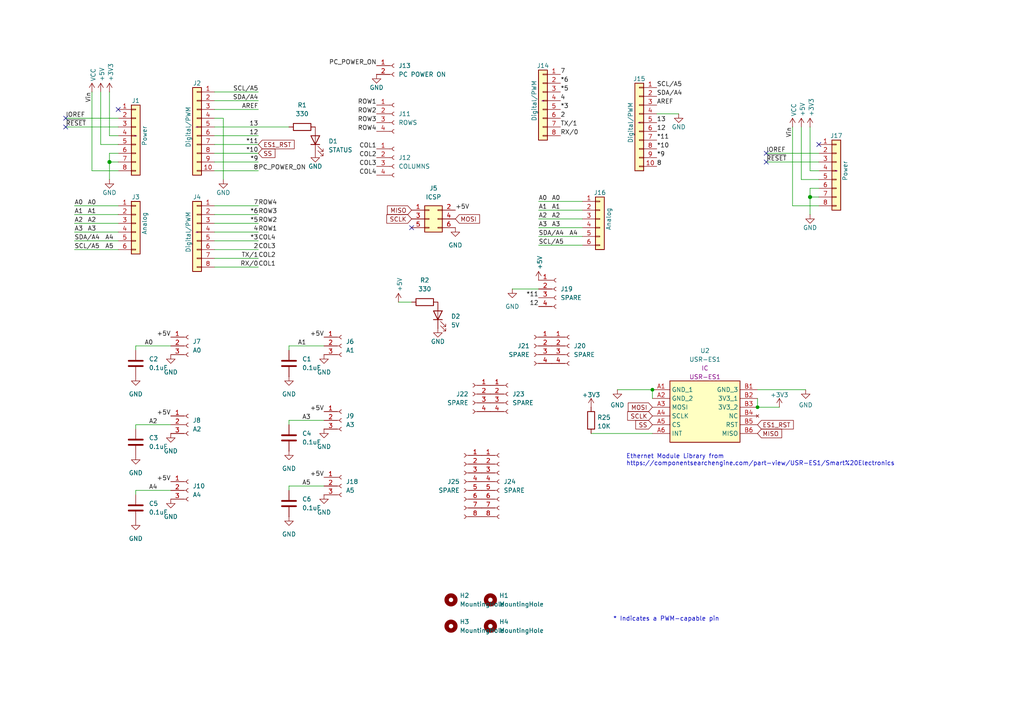
<source format=kicad_sch>
(kicad_sch (version 20250114) (generator "eeschema") (generator_version "9.0")
  (paper "A4")
  (title_block (date "mar. 31 mars 2015"))
  (lib_symbols
    (symbol "Connector:Conn_01x02_Socket" (pin_names (offset 1.016) (hide yes))
      (property "Reference" "J" (at 0 2.54 0))
      (property "Value" "Conn_01x02_Socket" (at 0 -5.08 0))
      (symbol "Conn_01x02_Socket_1_1"
        (polyline (pts (xy -1.27 0) (xy -0.508 0)) (stroke (width 0.1524)))
        (polyline (pts (xy -1.27 -2.54) (xy -0.508 -2.54)) (stroke (width 0.1524)))
        (arc (start 0 -0.508) (mid -0.5058 0) (end 0 0.508) (stroke (width 0.1524)))
        (arc (start 0 -3.048) (mid -0.5058 -2.54) (end 0 -2.032) (stroke (width 0.1524)))
        (pin passive line (at -5.08 0 0) (length 3.81) (name "Pin_1") (number "1"))
        (pin passive line (at -5.08 -2.54 0) (length 3.81) (name "Pin_2") (number "2"))
      )
    )
    (symbol "Connector:Conn_01x03_Socket" (pin_names (offset 1.016) (hide yes))
      (property "Reference" "J" (at 0 5.08 0))
      (property "Value" "Conn_01x03_Socket" (at 0 -5.08 0))
      (symbol "Conn_01x03_Socket_1_1"
        (polyline (pts (xy -1.27 2.54) (xy -0.508 2.54)) (stroke (width 0.1524)))
        (polyline (pts (xy -1.27 0) (xy -0.508 0)) (stroke (width 0.1524)))
        (polyline (pts (xy -1.27 -2.54) (xy -0.508 -2.54)) (stroke (width 0.1524)))
        (arc (start 0 2.032) (mid -0.5058 2.54) (end 0 3.048) (stroke (width 0.1524)))
        (arc (start 0 -0.508) (mid -0.5058 0) (end 0 0.508) (stroke (width 0.1524)))
        (arc (start 0 -3.048) (mid -0.5058 -2.54) (end 0 -2.032) (stroke (width 0.1524)))
        (pin passive line (at -5.08 2.54 0) (length 3.81) (name "Pin_1") (number "1"))
        (pin passive line (at -5.08 0 0) (length 3.81) (name "Pin_2") (number "2"))
        (pin passive line (at -5.08 -2.54 0) (length 3.81) (name "Pin_3") (number "3"))
      )
    )
    (symbol "Connector:Conn_01x04_Socket" (pin_names (offset 1.016) (hide yes))
      (property "Reference" "J" (at 0 5.08 0))
      (property "Value" "Conn_01x04_Socket" (at 0 -7.62 0))
      (symbol "Conn_01x04_Socket_1_1"
        (polyline (pts (xy -1.27 2.54) (xy -0.508 2.54)) (stroke (width 0.1524)))
        (polyline (pts (xy -1.27 0) (xy -0.508 0)) (stroke (width 0.1524)))
        (polyline (pts (xy -1.27 -2.54) (xy -0.508 -2.54)) (stroke (width 0.1524)))
        (polyline (pts (xy -1.27 -5.08) (xy -0.508 -5.08)) (stroke (width 0.1524)))
        (arc (start 0 2.032) (mid -0.5058 2.54) (end 0 3.048) (stroke (width 0.1524)))
        (arc (start 0 -0.508) (mid -0.5058 0) (end 0 0.508) (stroke (width 0.1524)))
        (arc (start 0 -3.048) (mid -0.5058 -2.54) (end 0 -2.032) (stroke (width 0.1524)))
        (arc (start 0 -5.588) (mid -0.5058 -5.08) (end 0 -4.572) (stroke (width 0.1524)))
        (pin passive line (at -5.08 2.54 0) (length 3.81) (name "Pin_1") (number "1"))
        (pin passive line (at -5.08 0 0) (length 3.81) (name "Pin_2") (number "2"))
        (pin passive line (at -5.08 -2.54 0) (length 3.81) (name "Pin_3") (number "3"))
        (pin passive line (at -5.08 -5.08 0) (length 3.81) (name "Pin_4") (number "4"))
      )
    )
    (symbol "Connector:Conn_01x08_Socket" (pin_names (offset 1.016) (hide yes))
      (property "Reference" "J" (at 0 10.16 0))
      (property "Value" "Conn_01x08_Socket" (at 0 -12.7 0))
      (symbol "Conn_01x08_Socket_1_1"
        (polyline (pts (xy -1.27 7.62) (xy -0.508 7.62)) (stroke (width 0.1524)))
        (polyline (pts (xy -1.27 5.08) (xy -0.508 5.08)) (stroke (width 0.1524)))
        (polyline (pts (xy -1.27 2.54) (xy -0.508 2.54)) (stroke (width 0.1524)))
        (polyline (pts (xy -1.27 0) (xy -0.508 0)) (stroke (width 0.1524)))
        (polyline (pts (xy -1.27 -2.54) (xy -0.508 -2.54)) (stroke (width 0.1524)))
        (polyline (pts (xy -1.27 -5.08) (xy -0.508 -5.08)) (stroke (width 0.1524)))
        (polyline (pts (xy -1.27 -7.62) (xy -0.508 -7.62)) (stroke (width 0.1524)))
        (polyline (pts (xy -1.27 -10.16) (xy -0.508 -10.16)) (stroke (width 0.1524)))
        (arc (start 0 7.112) (mid -0.5058 7.62) (end 0 8.128) (stroke (width 0.1524)))
        (arc (start 0 4.572) (mid -0.5058 5.08) (end 0 5.588) (stroke (width 0.1524)))
        (arc (start 0 2.032) (mid -0.5058 2.54) (end 0 3.048) (stroke (width 0.1524)))
        (arc (start 0 -0.508) (mid -0.5058 0) (end 0 0.508) (stroke (width 0.1524)))
        (arc (start 0 -3.048) (mid -0.5058 -2.54) (end 0 -2.032) (stroke (width 0.1524)))
        (arc (start 0 -5.588) (mid -0.5058 -5.08) (end 0 -4.572) (stroke (width 0.1524)))
        (arc (start 0 -8.128) (mid -0.5058 -7.62) (end 0 -7.112) (stroke (width 0.1524)))
        (arc (start 0 -10.668) (mid -0.5058 -10.16) (end 0 -9.652) (stroke (width 0.1524)))
        (pin passive line (at -5.08 7.62 0) (length 3.81) (name "Pin_1") (number "1"))
        (pin passive line (at -5.08 5.08 0) (length 3.81) (name "Pin_2") (number "2"))
        (pin passive line (at -5.08 2.54 0) (length 3.81) (name "Pin_3") (number "3"))
        (pin passive line (at -5.08 0 0) (length 3.81) (name "Pin_4") (number "4"))
        (pin passive line (at -5.08 -2.54 0) (length 3.81) (name "Pin_5") (number "5"))
        (pin passive line (at -5.08 -5.08 0) (length 3.81) (name "Pin_6") (number "6"))
        (pin passive line (at -5.08 -7.62 0) (length 3.81) (name "Pin_7") (number "7"))
        (pin passive line (at -5.08 -10.16 0) (length 3.81) (name "Pin_8") (number "8"))
      )
    )
    (symbol "Connector_Generic:Conn_01x06" (pin_names (offset 1.016) (hide yes))
      (property "Reference" "J" (at 0 7.62 0))
      (property "Value" "Conn_01x06" (at 0 -10.16 0))
      (symbol "Conn_01x06_1_1"
        (rectangle (start -1.27 6.35) (end 1.27 -8.89) (stroke (width 0.254)) (fill (type background)))
        (rectangle (start -1.27 5.207) (end 0 4.953) (stroke (width 0.1524)))
        (rectangle (start -1.27 2.667) (end 0 2.413) (stroke (width 0.1524)))
        (rectangle (start -1.27 0.127) (end 0 -0.127) (stroke (width 0.1524)))
        (rectangle (start -1.27 -2.413) (end 0 -2.667) (stroke (width 0.1524)))
        (rectangle (start -1.27 -4.953) (end 0 -5.207) (stroke (width 0.1524)))
        (rectangle (start -1.27 -7.493) (end 0 -7.747) (stroke (width 0.1524)))
        (pin passive line (at -5.08 5.08 0) (length 3.81) (name "Pin_1") (number "1"))
        (pin passive line (at -5.08 2.54 0) (length 3.81) (name "Pin_2") (number "2"))
        (pin passive line (at -5.08 0 0) (length 3.81) (name "Pin_3") (number "3"))
        (pin passive line (at -5.08 -2.54 0) (length 3.81) (name "Pin_4") (number "4"))
        (pin passive line (at -5.08 -5.08 0) (length 3.81) (name "Pin_5") (number "5"))
        (pin passive line (at -5.08 -7.62 0) (length 3.81) (name "Pin_6") (number "6"))
      )
    )
    (symbol "Connector_Generic:Conn_01x08" (pin_names (offset 1.016) (hide yes))
      (property "Reference" "J" (at 0 10.16 0))
      (property "Value" "Conn_01x08" (at 0 -12.7 0))
      (symbol "Conn_01x08_1_1"
        (rectangle (start -1.27 8.89) (end 1.27 -11.43) (stroke (width 0.254)) (fill (type background)))
        (rectangle (start -1.27 7.747) (end 0 7.493) (stroke (width 0.1524)))
        (rectangle (start -1.27 5.207) (end 0 4.953) (stroke (width 0.1524)))
        (rectangle (start -1.27 2.667) (end 0 2.413) (stroke (width 0.1524)))
        (rectangle (start -1.27 0.127) (end 0 -0.127) (stroke (width 0.1524)))
        (rectangle (start -1.27 -2.413) (end 0 -2.667) (stroke (width 0.1524)))
        (rectangle (start -1.27 -4.953) (end 0 -5.207) (stroke (width 0.1524)))
        (rectangle (start -1.27 -7.493) (end 0 -7.747) (stroke (width 0.1524)))
        (rectangle (start -1.27 -10.033) (end 0 -10.287) (stroke (width 0.1524)))
        (pin passive line (at -5.08 7.62 0) (length 3.81) (name "Pin_1") (number "1"))
        (pin passive line (at -5.08 5.08 0) (length 3.81) (name "Pin_2") (number "2"))
        (pin passive line (at -5.08 2.54 0) (length 3.81) (name "Pin_3") (number "3"))
        (pin passive line (at -5.08 0 0) (length 3.81) (name "Pin_4") (number "4"))
        (pin passive line (at -5.08 -2.54 0) (length 3.81) (name "Pin_5") (number "5"))
        (pin passive line (at -5.08 -5.08 0) (length 3.81) (name "Pin_6") (number "6"))
        (pin passive line (at -5.08 -7.62 0) (length 3.81) (name "Pin_7") (number "7"))
        (pin passive line (at -5.08 -10.16 0) (length 3.81) (name "Pin_8") (number "8"))
      )
    )
    (symbol "Connector_Generic:Conn_01x10" (pin_names (offset 1.016) (hide yes))
      (property "Reference" "J" (at 0 12.7 0))
      (property "Value" "Conn_01x10" (at 0 -15.24 0))
      (symbol "Conn_01x10_1_1"
        (rectangle (start -1.27 11.43) (end 1.27 -13.97) (stroke (width 0.254)) (fill (type background)))
        (rectangle (start -1.27 10.287) (end 0 10.033) (stroke (width 0.1524)))
        (rectangle (start -1.27 7.747) (end 0 7.493) (stroke (width 0.1524)))
        (rectangle (start -1.27 5.207) (end 0 4.953) (stroke (width 0.1524)))
        (rectangle (start -1.27 2.667) (end 0 2.413) (stroke (width 0.1524)))
        (rectangle (start -1.27 0.127) (end 0 -0.127) (stroke (width 0.1524)))
        (rectangle (start -1.27 -2.413) (end 0 -2.667) (stroke (width 0.1524)))
        (rectangle (start -1.27 -4.953) (end 0 -5.207) (stroke (width 0.1524)))
        (rectangle (start -1.27 -7.493) (end 0 -7.747) (stroke (width 0.1524)))
        (rectangle (start -1.27 -10.033) (end 0 -10.287) (stroke (width 0.1524)))
        (rectangle (start -1.27 -12.573) (end 0 -12.827) (stroke (width 0.1524)))
        (pin passive line (at -5.08 10.16 0) (length 3.81) (name "Pin_1") (number "1"))
        (pin passive line (at -5.08 7.62 0) (length 3.81) (name "Pin_2") (number "2"))
        (pin passive line (at -5.08 5.08 0) (length 3.81) (name "Pin_3") (number "3"))
        (pin passive line (at -5.08 2.54 0) (length 3.81) (name "Pin_4") (number "4"))
        (pin passive line (at -5.08 0 0) (length 3.81) (name "Pin_5") (number "5"))
        (pin passive line (at -5.08 -2.54 0) (length 3.81) (name "Pin_6") (number "6"))
        (pin passive line (at -5.08 -5.08 0) (length 3.81) (name "Pin_7") (number "7"))
        (pin passive line (at -5.08 -7.62 0) (length 3.81) (name "Pin_8") (number "8"))
        (pin passive line (at -5.08 -10.16 0) (length 3.81) (name "Pin_9") (number "9"))
        (pin passive line (at -5.08 -12.7 0) (length 3.81) (name "Pin_10") (number "10"))
      )
    )
    (symbol "Connector_Generic:Conn_02x03_Odd_Even" (pin_names (offset 1.016) (hide yes))
      (property "Reference" "J" (at 1.27 5.08 0))
      (property "Value" "Conn_02x03_Odd_Even" (at 1.27 -5.08 0))
      (symbol "Conn_02x03_Odd_Even_1_1"
        (rectangle (start -1.27 3.81) (end 3.81 -3.81) (stroke (width 0.254)) (fill (type background)))
        (rectangle (start -1.27 2.667) (end 0 2.413) (stroke (width 0.1524)))
        (rectangle (start -1.27 0.127) (end 0 -0.127) (stroke (width 0.1524)))
        (rectangle (start -1.27 -2.413) (end 0 -2.667) (stroke (width 0.1524)))
        (rectangle (start 3.81 2.667) (end 2.54 2.413) (stroke (width 0.1524)))
        (rectangle (start 3.81 0.127) (end 2.54 -0.127) (stroke (width 0.1524)))
        (rectangle (start 3.81 -2.413) (end 2.54 -2.667) (stroke (width 0.1524)))
        (pin passive line (at -5.08 2.54 0) (length 3.81) (name "Pin_1") (number "1"))
        (pin passive line (at -5.08 0 0) (length 3.81) (name "Pin_3") (number "3"))
        (pin passive line (at -5.08 -2.54 0) (length 3.81) (name "Pin_5") (number "5"))
        (pin passive line (at 7.62 2.54 180) (length 3.81) (name "Pin_2") (number "2"))
        (pin passive line (at 7.62 0 180) (length 3.81) (name "Pin_4") (number "4"))
        (pin passive line (at 7.62 -2.54 180) (length 3.81) (name "Pin_6") (number "6"))
      )
    )
    (symbol "Device:C" (pin_numbers (hide yes)) (pin_names (offset 0.254))
      (property "Reference" "C" (at 0.635 2.54 0))
      (property "Value" "C" (at 0.635 -2.54 0))
      (symbol "C_0_1"
        (polyline (pts (xy -2.032 0.762) (xy 2.032 0.762)) (stroke (width 0.508)))
        (polyline (pts (xy -2.032 -0.762) (xy 2.032 -0.762)) (stroke (width 0.508)))
      )
      (symbol "C_1_1"
        (pin passive line (at 0 3.81 270) (length 2.794) (name "~") (number "1"))
        (pin passive line (at 0 -3.81 90) (length 2.794) (name "~") (number "2"))
      )
    )
    (symbol "Device:LED" (pin_numbers (hide yes)) (pin_names (offset 1.016) (hide yes))
      (property "Reference" "D" (at 0 2.54 0))
      (property "Value" "LED" (at 0 -2.54 0))
      (symbol "LED_0_1"
        (polyline (pts (xy -3.048 -0.762) (xy -4.572 -2.286) (xy -3.81 -2.286) (xy -4.572 -2.286) (xy -4.572 -1.524)))
        (polyline (pts (xy -1.778 -0.762) (xy -3.302 -2.286) (xy -2.54 -2.286) (xy -3.302 -2.286) (xy -3.302 -1.524)))
        (polyline (pts (xy -1.27 0) (xy 1.27 0)))
        (polyline (pts (xy -1.27 -1.27) (xy -1.27 1.27)) (stroke (width 0.254)))
        (polyline (pts (xy 1.27 -1.27) (xy 1.27 1.27) (xy -1.27 0) (xy 1.27 -1.27)) (stroke (width 0.254)))
      )
      (symbol "LED_1_1"
        (pin passive line (at -3.81 0 0) (length 2.54) (name "K") (number "1"))
        (pin passive line (at 3.81 0 180) (length 2.54) (name "A") (number "2"))
      )
    )
    (symbol "Device:R" (pin_numbers (hide yes)) (pin_names (offset 0))
      (property "Reference" "R" (at 2.032 0 90))
      (property "Value" "R" (at 0 0 90))
      (symbol "R_0_1"
        (rectangle (start -1.016 -2.54) (end 1.016 2.54) (stroke (width 0.254)))
      )
      (symbol "R_1_1"
        (pin passive line (at 0 3.81 270) (length 1.27) (name "~") (number "1"))
        (pin passive line (at 0 -3.81 90) (length 1.27) (name "~") (number "2"))
      )
    )
    (symbol "Mechanical:MountingHole" (pin_names (offset 1.016)) (in_bom no)
      (property "Reference" "H" (at 0 5.08 0))
      (property "Value" "MountingHole" (at 0 3.175 0))
      (symbol "MountingHole_0_1"
        (circle (center 0 0) (radius 1.27) (stroke (width 1.27)))
      )
    )
    (symbol "USR-ES1:USR-ES1"
      (property "Value" "USR-ES1" (at 0 0 0))
      (property "Reference_1" "IC" (at 26.67 7.62 0))
      (property "Value_1" "USR-ES1" (at 26.67 5.08 0))
      (symbol "USR-ES1_1_1"
        (rectangle (start 5.08 2.54) (end 25.4 -15.24) (stroke (width 0.254)) (fill (type background)))
        (pin passive line (at 0 0 0) (length 5.08) (name "GND_1") (number "A1"))
        (pin passive line (at 0 -2.54 0) (length 5.08) (name "GND_2") (number "A2"))
        (pin passive line (at 0 -5.08 0) (length 5.08) (name "MOSI") (number "A3"))
        (pin passive line (at 0 -7.62 0) (length 5.08) (name "SCLK") (number "A4"))
        (pin passive line (at 0 -10.16 0) (length 5.08) (name "CS") (number "A5"))
        (pin passive line (at 0 -12.7 0) (length 5.08) (name "INT") (number "A6"))
        (pin passive line (at 30.48 0 180) (length 5.08) (name "GND_3") (number "B1"))
        (pin passive line (at 30.48 -2.54 180) (length 5.08) (name "3V3_1") (number "B2"))
        (pin passive line (at 30.48 -5.08 180) (length 5.08) (name "3V3_2") (number "B3"))
        (pin no_connect line (at 30.48 -7.62 180) (length 5.08) (name "NC") (number "B4"))
        (pin passive line (at 30.48 -10.16 180) (length 5.08) (name "RST") (number "B5"))
        (pin passive line (at 30.48 -12.7 180) (length 5.08) (name "MISO") (number "B6"))
      )
    )
    (symbol "power:+3V3" (power) (pin_numbers (hide yes)) (pin_names (offset 0) (hide yes))
      (property "Value" "+3V3" (at 0 3.556 0))
      (symbol "+3V3_0_1"
        (polyline (pts (xy -0.762 1.27) (xy 0 2.54)))
        (polyline (pts (xy 0 2.54) (xy 0.762 1.27)))
        (polyline (pts (xy 0 0) (xy 0 2.54)))
      )
      (symbol "+3V3_1_1"
        (pin power_in line (at 0 0 90) (length 0) (name "~") (number "1"))
      )
    )
    (symbol "power:+5V" (power) (pin_numbers (hide yes)) (pin_names (offset 0) (hide yes))
      (property "Value" "+5V" (at 0 3.556 0))
      (symbol "+5V_0_1"
        (polyline (pts (xy -0.762 1.27) (xy 0 2.54)))
        (polyline (pts (xy 0 2.54) (xy 0.762 1.27)))
        (polyline (pts (xy 0 0) (xy 0 2.54)))
      )
      (symbol "+5V_1_1"
        (pin power_in line (at 0 0 90) (length 0) (name "~") (number "1"))
      )
    )
    (symbol "power:GND" (power) (pin_numbers (hide yes)) (pin_names (offset 0) (hide yes))
      (property "Value" "GND" (at 0 -3.81 0))
      (symbol "GND_0_1"
        (polyline (pts (xy 0 0) (xy 0 -1.27) (xy 1.27 -1.27) (xy 0 -2.54) (xy -1.27 -1.27) (xy 0 -1.27)))
      )
      (symbol "GND_1_1"
        (pin power_in line (at 0 0 270) (length 0) (name "~") (number "1"))
      )
    )
    (symbol "power:VCC" (power) (pin_numbers (hide yes)) (pin_names (offset 0) (hide yes))
      (property "Value" "VCC" (at 0 3.556 0))
      (symbol "VCC_0_1"
        (polyline (pts (xy -0.762 1.27) (xy 0 2.54)))
        (polyline (pts (xy 0 2.54) (xy 0.762 1.27)))
        (polyline (pts (xy 0 0) (xy 0 2.54)))
      )
      (symbol "VCC_1_1"
        (pin power_in line (at 0 0 90) (length 0) (name "~") (number "1"))
      )
    )
  )
  (text "Ethernet Module Library from \nhttps://componentsearchengine.com/part-view/USR-ES1/Smart%20Electronics" (at 181.61 135.255 0) (effects (font (size 1.27 1.27)) (justify left bottom)))
  (text "* Indicates a PWM-capable pin" (at 177.8 180.34 0) (effects (font (size 1.27 1.27)) (justify left bottom)))
  (junction (at 234.95 57.15) (diameter 1.016))
  (junction (at 31.75 46.99) (diameter 1.016))
  (junction (at 189.23 113.03))
  (junction (at 219.71 118.11))
  (no_connect (at 222.25 46.99))
  (no_connect (at 19.05 34.29))
  (no_connect (at 19.05 36.83))
  (no_connect (at 237.49 41.91))
  (no_connect (at 119.38 66.04))
  (no_connect (at 34.29 31.75))
  (no_connect (at 222.25 44.45))
  (wire (pts (xy 234.95 36.83) (xy 234.95 49.53)))
  (wire (pts (xy 62.23 77.47) (xy 74.93 77.47)))
  (wire (pts (xy 62.23 44.45) (xy 74.93 44.45)))
  (wire (pts (xy 156.21 66.04) (xy 168.91 66.04)))
  (wire (pts (xy 168.91 63.5) (xy 156.21 63.5)))
  (wire (pts (xy 62.23 26.67) (xy 74.93 26.67)))
  (wire (pts (xy 237.49 57.15) (xy 234.95 57.15)))
  (wire (pts (xy 49.53 123.19) (xy 39.37 123.19)))
  (wire (pts (xy 115.57 87.63) (xy 119.38 87.63)))
  (wire (pts (xy 168.91 58.42) (xy 156.21 58.42)))
  (wire (pts (xy 156.21 60.96) (xy 168.91 60.96)))
  (wire (pts (xy 31.75 44.45) (xy 31.75 46.99)))
  (wire (pts (xy 21.59 72.39) (xy 34.29 72.39)))
  (wire (pts (xy 232.41 36.83) (xy 232.41 52.07)))
  (wire (pts (xy 190.5 33.02) (xy 196.85 33.02)))
  (wire (pts (xy 93.98 100.33) (xy 83.82 100.33)))
  (wire (pts (xy 31.75 46.99) (xy 31.75 52.07)))
  (wire (pts (xy 234.95 57.15) (xy 234.95 62.23)))
  (wire (pts (xy 31.75 39.37) (xy 34.29 39.37)))
  (wire (pts (xy 171.45 125.73) (xy 189.23 125.73)))
  (wire (pts (xy 29.21 41.91) (xy 34.29 41.91)))
  (wire (pts (xy 29.21 26.67) (xy 29.21 41.91)))
  (wire (pts (xy 62.23 36.83) (xy 83.82 36.83)))
  (wire (pts (xy 31.75 26.67) (xy 31.75 39.37)))
  (wire (pts (xy 62.23 59.69) (xy 74.93 59.69)))
  (wire (pts (xy 219.71 115.57) (xy 219.71 118.11)))
  (wire (pts (xy 39.37 100.33) (xy 39.37 101.6)))
  (wire (pts (xy 34.29 59.69) (xy 21.59 59.69)))
  (wire (pts (xy 62.23 39.37) (xy 74.93 39.37)))
  (wire (pts (xy 62.23 62.23) (xy 74.93 62.23)))
  (wire (pts (xy 237.49 59.69) (xy 229.87 59.69)))
  (wire (pts (xy 62.23 46.99) (xy 74.93 46.99)))
  (wire (pts (xy 62.23 67.31) (xy 74.93 67.31)))
  (wire (pts (xy 219.71 118.11) (xy 226.06 118.11)))
  (wire (pts (xy 39.37 142.24) (xy 39.37 143.51)))
  (wire (pts (xy 83.82 121.92) (xy 83.82 123.19)))
  (wire (pts (xy 19.05 34.29) (xy 34.29 34.29)))
  (wire (pts (xy 93.98 140.97) (xy 83.82 140.97)))
  (wire (pts (xy 64.77 34.29) (xy 64.77 52.07)))
  (wire (pts (xy 62.23 31.75) (xy 74.93 31.75)))
  (wire (pts (xy 237.49 54.61) (xy 234.95 54.61)))
  (wire (pts (xy 168.91 68.58) (xy 156.21 68.58)))
  (wire (pts (xy 34.29 64.77) (xy 21.59 64.77)))
  (wire (pts (xy 19.05 36.83) (xy 34.29 36.83)))
  (wire (pts (xy 34.29 46.99) (xy 31.75 46.99)))
  (wire (pts (xy 34.29 49.53) (xy 26.67 49.53)))
  (wire (pts (xy 222.25 44.45) (xy 237.49 44.45)))
  (wire (pts (xy 21.59 62.23) (xy 34.29 62.23)))
  (wire (pts (xy 179.07 113.03) (xy 189.23 113.03)))
  (wire (pts (xy 148.59 83.82) (xy 156.21 83.82)))
  (wire (pts (xy 62.23 34.29) (xy 64.77 34.29)))
  (wire (pts (xy 234.95 49.53) (xy 237.49 49.53)))
  (wire (pts (xy 189.23 113.03) (xy 189.23 115.57)))
  (wire (pts (xy 156.21 71.12) (xy 168.91 71.12)))
  (wire (pts (xy 34.29 44.45) (xy 31.75 44.45)))
  (wire (pts (xy 219.71 113.03) (xy 233.68 113.03)))
  (wire (pts (xy 62.23 41.91) (xy 74.93 41.91)))
  (wire (pts (xy 93.98 121.92) (xy 83.82 121.92)))
  (wire (pts (xy 62.23 64.77) (xy 74.93 64.77)))
  (wire (pts (xy 83.82 100.33) (xy 83.82 101.6)))
  (wire (pts (xy 21.59 67.31) (xy 34.29 67.31)))
  (wire (pts (xy 49.53 100.33) (xy 39.37 100.33)))
  (wire (pts (xy 232.41 52.07) (xy 237.49 52.07)))
  (wire (pts (xy 39.37 123.19) (xy 39.37 124.46)))
  (wire (pts (xy 62.23 29.21) (xy 74.93 29.21)))
  (wire (pts (xy 62.23 72.39) (xy 74.93 72.39)))
  (wire (pts (xy 49.53 142.24) (xy 39.37 142.24)))
  (wire (pts (xy 62.23 69.85) (xy 74.93 69.85)))
  (wire (pts (xy 234.95 54.61) (xy 234.95 57.15)))
  (wire (pts (xy 62.23 74.93) (xy 74.93 74.93)))
  (wire (pts (xy 26.67 49.53) (xy 26.67 26.67)))
  (wire (pts (xy 34.29 69.85) (xy 21.59 69.85)))
  (wire (pts (xy 229.87 59.69) (xy 229.87 36.83)))
  (wire (pts (xy 222.25 46.99) (xy 237.49 46.99)))
  (wire (pts (xy 62.23 49.53) (xy 74.93 49.53)))
  (wire (pts (xy 83.82 140.97) (xy 83.82 142.24)))
  (label "COL2" (at 74.93 74.93 0))
  (label "Vin" (at 229.87 36.83 270))
  (label "RX{slash}0" (at 74.93 77.47 180))
  (label "A4" (at 30.48 69.85 0))
  (label "COL2" (at 109.22 45.72 180))
  (label "A2" (at 21.59 64.77 0))
  (label "4" (at 74.93 67.31 180))
  (label "A3" (at 25.4 67.31 0))
  (label "A0" (at 160.02 58.42 0))
  (label "+5V" (at 93.98 97.79 180))
  (label "2" (at 74.93 72.39 180))
  (label "A1" (at 156.21 60.96 0))
  (label "SCL{slash}A5" (at 190.5 25.4 0))
  (label "*11" (at 156.21 86.36 180))
  (label "12" (at 190.5 38.1 0))
  (label "13" (at 190.5 35.56 0))
  (label "PC_POWER_ON" (at 109.22 19.05 180))
  (label "+5V" (at 93.98 119.38 180))
  (label "A3" (at 21.59 67.31 0))
  (label "*11" (at 190.5 40.64 0))
  (label "13" (at 74.93 36.83 180))
  (label "A2" (at 25.4 64.77 0))
  (label "12" (at 74.93 39.37 180))
  (label "A4" (at 43.18 142.24 0))
  (label "A0" (at 41.91 100.33 0))
  (label "*9" (at 190.5 45.72 0))
  (label "~{RESET}" (at 19.05 36.83 0))
  (label "A3" (at 156.21 66.04 0))
  (label "*10" (at 190.5 43.18 0))
  (label "COL4" (at 109.22 50.8 180))
  (label "*10" (at 74.93 44.45 180))
  (label "A3" (at 87.63 121.92 0))
  (label "PC_POWER_ON" (at 74.93 49.53 0))
  (label "A5" (at 30.48 72.39 0))
  (label "A1" (at 160.02 60.96 0))
  (label "COL3" (at 74.93 72.39 0))
  (label "A4" (at 165.1 68.58 0))
  (label "ROW1" (at 109.22 30.48 180))
  (label "A1" (at 25.4 62.23 0))
  (label "12" (at 156.21 88.9 180))
  (label "+5V" (at 93.98 138.43 180))
  (label "~{RESET}" (at 222.25 46.99 0))
  (label "ROW2" (at 74.93 64.77 0))
  (label "A0" (at 156.21 58.42 0))
  (label "ROW4" (at 74.93 59.69 0))
  (label "2" (at 162.56 34.29 0))
  (label "AREF" (at 190.5 30.48 0))
  (label "7" (at 74.93 59.69 180))
  (label "SDA{slash}A4" (at 74.93 29.21 180))
  (label "8" (at 74.93 49.53 180))
  (label "COL1" (at 74.93 77.47 0))
  (label "ROW3" (at 109.22 35.56 180))
  (label "A2" (at 156.21 63.5 0))
  (label "ROW3" (at 74.93 62.23 0))
  (label "4" (at 162.56 29.21 0))
  (label "*11" (at 74.93 41.91 180))
  (label "7" (at 162.56 21.59 0))
  (label "*3" (at 74.93 69.85 180))
  (label "*6" (at 162.56 24.13 0))
  (label "A0" (at 25.4 59.69 0))
  (label "ROW4" (at 109.22 38.1 180))
  (label "A1" (at 21.59 62.23 0))
  (label "TX{slash}1" (at 74.93 74.93 180))
  (label "TX{slash}1" (at 162.56 36.83 0))
  (label "RX{slash}0" (at 162.56 39.37 0))
  (label "IOREF" (at 222.25 44.45 0))
  (label "ROW2" (at 109.22 33.02 180))
  (label "A0" (at 21.59 59.69 0))
  (label "AREF" (at 74.93 31.75 180))
  (label "+5V" (at 49.53 97.79 180))
  (label "A2" (at 43.18 123.19 0))
  (label "Vin" (at 26.67 26.67 270))
  (label "+5V" (at 49.53 120.65 180))
  (label "SDA{slash}A4" (at 190.5 27.94 0))
  (label "*6" (at 74.93 62.23 180))
  (label "*3" (at 162.56 31.75 0))
  (label "SCL{slash}A5" (at 74.93 26.67 180))
  (label "*9" (at 74.93 46.99 180))
  (label "ROW1" (at 74.93 67.31 0))
  (label "COL3" (at 109.22 48.26 180))
  (label "*5" (at 74.93 64.77 180))
  (label "A1" (at 86.36 100.33 0))
  (label "A3" (at 160.02 66.04 0))
  (label "IOREF" (at 19.05 34.29 0))
  (label "SCL{slash}A5" (at 156.21 71.12 0))
  (label "A2" (at 160.02 63.5 0))
  (label "COL4" (at 74.93 69.85 0))
  (label "COL1" (at 109.22 43.18 180))
  (label "+5V" (at 49.53 139.7 180))
  (label "A5" (at 87.63 140.97 0))
  (label "SDA{slash}A4" (at 21.59 69.85 0))
  (label "SDA{slash}A4" (at 156.21 68.58 0))
  (label "SCL{slash}A5" (at 21.59 72.39 0))
  (label "8" (at 190.5 48.26 0))
  (label "*5" (at 162.56 26.67 0))
  (label "+5V" (at 132.08 60.96 0))
  (global_label "MISO" (shape input) (at 119.38 60.96 180) (property "Intersheetrefs" "${INTERSHEET_REFS}" (effects (hide yes))))
  (global_label "SS" (shape input) (at 189.23 123.19 180) (property "Intersheetrefs" "${INTERSHEET_REFS}" (effects (hide yes))))
  (global_label "MOSI" (shape input) (at 132.08 63.5 0) (property "Intersheetrefs" "${INTERSHEET_REFS}" (effects (hide yes))))
  (global_label "ES1_RST" (shape input) (at 219.71 123.19 0) (property "Intersheetrefs" "${INTERSHEET_REFS}" (effects (hide yes))))
  (global_label "MOSI" (shape input) (at 189.23 118.11 180) (property "Intersheetrefs" "${INTERSHEET_REFS}" (effects (hide yes))))
  (global_label "SCLK" (shape input) (at 119.38 63.5 180) (property "Intersheetrefs" "${INTERSHEET_REFS}" (effects (hide yes))))
  (global_label "SS" (shape input) (at 74.93 44.45 0) (property "Intersheetrefs" "${INTERSHEET_REFS}" (effects (hide yes))))
  (global_label "MISO" (shape input) (at 219.71 125.73 0) (property "Intersheetrefs" "${INTERSHEET_REFS}" (effects (hide yes))))
  (global_label "ES1_RST" (shape input) (at 74.93 41.91 0) (property "Intersheetrefs" "${INTERSHEET_REFS}" (effects (hide yes))))
  (global_label "SCLK" (shape input) (at 189.23 120.65 180) (property "Intersheetrefs" "${INTERSHEET_REFS}" (effects (hide yes))))
  (symbol (lib_id "Connector_Generic:Conn_01x08") (at 39.37 39.37 0) (unit 1)
    (property "Reference" "J1" (at 39.37 29.21 0))
    (property "Value" "Power" (at 41.91 39.37 90))
    (property "Footprint" "Connector_PinSocket_2.54mm:PinSocket_1x08_P2.54mm_Vertical" (effects (hide yes)))
    (property "Datasheet" "~" (at 39.37 39.37 0))
    (property "Description" "Generic connector, single row, 01x08, script generated (kicad-library-utils/schlib/autogen/connector/)" (effects (hide yes)))
  )
  (symbol (lib_id "power:+3V3") (at 31.75 26.67 0) (unit 1)
    (property "Reference" "#PWR03" (effects (hide yes)))
    (property "Value" "+3V3" (at 32.131 23.622 90) (effects (justify left)))
    (property "Description" "Power symbol creates a global label with name \"+3V3\"" (effects (hide yes)))
  )
  (symbol (lib_id "power:+5V") (at 29.21 26.67 0) (unit 1)
    (property "Reference" "#PWR02" (effects (hide yes)))
    (property "Value" "+5V" (at 29.5656 23.622 90) (effects (justify left)))
    (property "Description" "Power symbol creates a global label with name \"+5V\"" (effects (hide yes)))
  )
  (symbol (lib_id "power:GND") (at 31.75 52.07 0) (unit 1)
    (property "Reference" "#PWR04" (effects (hide yes)))
    (property "Value" "GND" (at 31.75 55.88 0))
    (property "Description" "Power symbol creates a global label with name \"GND\" , ground" (effects (hide yes)))
  )
  (symbol (lib_id "Connector_Generic:Conn_01x10") (at 57.15 36.83 0) (mirror y) (unit 1)
    (property "Reference" "J2" (at 57.15 24.13 0))
    (property "Value" "Digital/PWM" (at 54.61 36.83 90))
    (property "Footprint" "Connector_PinSocket_2.54mm:PinSocket_1x10_P2.54mm_Vertical" (effects (hide yes)))
    (property "Datasheet" "~" (at 57.15 36.83 0))
    (property "Description" "Generic connector, single row, 01x10, script generated (kicad-library-utils/schlib/autogen/connector/)" (effects (hide yes)))
  )
  (symbol (lib_id "power:GND") (at 64.77 52.07 0) (unit 1)
    (property "Reference" "#PWR05" (effects (hide yes)))
    (property "Value" "GND" (at 64.77 55.88 0))
    (property "Description" "Power symbol creates a global label with name \"GND\" , ground" (effects (hide yes)))
  )
  (symbol (lib_id "Connector_Generic:Conn_01x06") (at 39.37 64.77 0) (unit 1)
    (property "Reference" "J3" (at 39.37 57.15 0))
    (property "Value" "Analog" (at 41.91 64.77 90))
    (property "Footprint" "Connector_PinSocket_2.54mm:PinSocket_1x06_P2.54mm_Vertical" (effects (hide yes)))
    (property "Description" "Generic connector, single row, 01x06, script generated (kicad-library-utils/schlib/autogen/connector/)" (effects (hide yes)))
  )
  (symbol (lib_id "Connector_Generic:Conn_01x08") (at 57.15 67.31 0) (mirror y) (unit 1)
    (property "Reference" "J4" (at 57.15 57.15 0))
    (property "Value" "Digital/PWM" (at 54.61 67.31 90))
    (property "Footprint" "Connector_PinSocket_2.54mm:PinSocket_1x08_P2.54mm_Vertical" (effects (hide yes)))
    (property "Datasheet" "~" (at 57.15 67.31 0))
    (property "Description" "Generic connector, single row, 01x08, script generated (kicad-library-utils/schlib/autogen/connector/)" (effects (hide yes)))
  )
  (symbol (lib_id "Connector:Conn_01x08_Socket") (at 144.78 139.7 0) (unit 1)
    (property "Reference" "J24" (at 146.05 139.6999 0) (effects (justify left)))
    (property "Value" "SPARE" (at 146.05 142.2399 0) (effects (justify left)))
    (property "Footprint" "Connector_Molex:Molex_KK-254_AE-6410-08A_1x08_P2.54mm_Vertical" (effects (hide yes)))
    (property "Description" "Generic connector, single row, 01x08, script generated" (effects (hide yes)))
  )
  (symbol (lib_id "power:GND") (at 234.95 62.23 0) (unit 1)
    (property "Reference" "#PWR023" (effects (hide yes)))
    (property "Value" "GND" (at 234.95 66.04 0))
    (property "Description" "Power symbol creates a global label with name \"GND\" , ground" (effects (hide yes)))
  )
  (symbol (lib_id "Device:LED") (at 91.44 40.64 90) (unit 1)
    (property "Reference" "D1" (at 95.25 40.9574 90) (effects (justify right)))
    (property "Value" "STATUS" (at 95.25 43.4974 90) (effects (justify right)))
    (property "Footprint" "LED_THT:LED_D3.0mm_FlatTop" (effects (hide yes)))
    (property "Description" "Light emitting diode" (effects (hide yes)))
    (property "Sim.Pins" "1=K 2=A" (effects (hide yes)))
  )
  (symbol (lib_id "power:GND") (at 91.44 44.45 0) (unit 1)
    (property "Reference" "#PWR017" (effects (hide yes)))
    (property "Value" "GND" (at 91.44 48.26 0))
    (property "Description" "Power symbol creates a global label with name \"GND\" , ground" (effects (hide yes)))
  )
  (symbol (lib_id "power:GND") (at 93.98 102.87 0) (unit 1)
    (property "Reference" "#PWR08" (effects (hide yes)))
    (property "Value" "GND" (at 93.98 107.95 0))
    (property "Description" "Power symbol creates a global label with name \"GND\" , ground" (effects (hide yes)))
  )
  (symbol (lib_id "power:GND") (at 83.82 130.81 0) (unit 1)
    (property "Reference" "#PWR013" (effects (hide yes)))
    (property "Value" "GND" (at 83.82 135.89 0))
    (property "Description" "Power symbol creates a global label with name \"GND\" , ground" (effects (hide yes)))
  )
  (symbol (lib_id "Connector_Generic:Conn_01x08") (at 157.48 29.21 0) (mirror y) (unit 1)
    (property "Reference" "J14" (at 157.48 19.05 0))
    (property "Value" "Digital/PWM" (at 154.94 29.21 90))
    (property "Footprint" "Connector_PinSocket_2.54mm:PinSocket_1x08_P2.54mm_Vertical" (effects (hide yes)))
    (property "Datasheet" "~" (at 157.48 29.21 0))
    (property "Description" "Generic connector, single row, 01x08, script generated (kicad-library-utils/schlib/autogen/connector/)" (effects (hide yes)))
  )
  (symbol (lib_id "Mechanical:MountingHole") (at 130.81 181.61 0) (unit 1) (in_bom no)
    (property "Reference" "H3" (at 133.35 180.3399 0) (effects (justify left)))
    (property "Value" "MountingHole" (at 133.35 182.8799 0) (effects (justify left)))
    (property "Footprint" "MountingHole:MountingHole_3.2mm_M3" (effects (hide yes)))
    (property "Description" "Mounting Hole without connection" (effects (hide yes)))
  )
  (symbol (lib_id "Device:R") (at 87.63 36.83 90) (unit 1)
    (property "Reference" "R1" (at 87.63 30.48 90))
    (property "Value" "330" (at 87.63 33.02 90))
    (property "Footprint" "Resistor_THT:R_Axial_DIN0204_L3.6mm_D1.6mm_P2.54mm_Vertical" (effects (hide yes)))
    (property "Description" "Resistor" (effects (hide yes)))
  )
  (symbol (lib_id "power:GND") (at 93.98 143.51 0) (unit 1)
    (property "Reference" "#PWR025" (effects (hide yes)))
    (property "Value" "GND" (at 93.98 148.59 0))
    (property "Description" "Power symbol creates a global label with name \"GND\" , ground" (effects (hide yes)))
  )
  (symbol (lib_id "power:GND") (at 196.85 33.02 0) (unit 1)
    (property "Reference" "#PWR019" (effects (hide yes)))
    (property "Value" "GND" (at 196.85 36.83 0))
    (property "Description" "Power symbol creates a global label with name \"GND\" , ground" (effects (hide yes)))
  )
  (symbol (lib_id "Device:C") (at 83.82 127 0) (unit 1)
    (property "Reference" "C4" (at 87.63 125.7299 0) (effects (justify left)))
    (property "Value" "0.1uF" (at 87.63 128.2699 0) (effects (justify left)))
    (property "Footprint" "Capacitor_THT:C_Disc_D3.0mm_W2.0mm_P2.50mm" (effects (hide yes)))
    (property "Description" "Unpolarized capacitor" (effects (hide yes)))
  )
  (symbol (lib_id "power:+3V3") (at 234.95 36.83 0) (unit 1)
    (property "Reference" "#PWR022" (effects (hide yes)))
    (property "Value" "+3V3" (at 235.331 33.782 90) (effects (justify left)))
    (property "Description" "Power symbol creates a global label with name \"+3V3\"" (effects (hide yes)))
  )
  (symbol (lib_id "Connector:Conn_01x03_Socket") (at 54.61 123.19 0) (unit 1)
    (property "Reference" "J8" (at 55.88 121.9199 0) (effects (justify left)))
    (property "Value" "A2" (at 55.88 124.4599 0) (effects (justify left)))
    (property "Footprint" "Connector_JST:JST_XA_B03B-XASK-1_1x03_P2.50mm_Vertical" (effects (hide yes)))
    (property "Description" "Generic connector, single row, 01x03, script generated" (effects (hide yes)))
  )
  (symbol (lib_id "power:GND") (at 39.37 109.22 0) (unit 1)
    (property "Reference" "#PWR09" (effects (hide yes)))
    (property "Value" "GND" (at 39.37 114.3 0))
    (property "Description" "Power symbol creates a global label with name \"GND\" , ground" (effects (hide yes)))
  )
  (symbol (lib_id "power:GND") (at 93.98 124.46 0) (unit 1)
    (property "Reference" "#PWR014" (effects (hide yes)))
    (property "Value" "GND" (at 93.98 129.54 0))
    (property "Description" "Power symbol creates a global label with name \"GND\" , ground" (effects (hide yes)))
  )
  (symbol (lib_id "Connector:Conn_01x02_Socket") (at 114.3 19.05 0) (unit 1)
    (property "Reference" "J13" (at 115.57 19.0499 0) (effects (justify left)))
    (property "Value" "PC POWER ON" (at 115.57 21.5899 0) (effects (justify left)))
    (property "Footprint" "Connector_JST:JST_XA_B02B-XASK-1_1x02_P2.50mm_Vertical" (effects (hide yes)))
    (property "Description" "Generic connector, single row, 01x02, script generated" (effects (hide yes)))
  )
  (symbol (lib_id "Connector:Conn_01x04_Socket") (at 137.16 114.3 0) (mirror y) (unit 1)
    (property "Reference" "J22" (at 135.89 114.2999 0) (effects (justify left)))
    (property "Value" "SPARE" (at 135.89 116.8399 0) (effects (justify left)))
    (property "Footprint" "Connector_Molex:Molex_KK-254_AE-6410-04A_1x04_P2.54mm_Vertical" (effects (hide yes)))
    (property "Description" "Generic connector, single row, 01x04, script generated" (effects (hide yes)))
  )
  (symbol (lib_id "power:GND") (at 83.82 149.86 0) (unit 1)
    (property "Reference" "#PWR024" (effects (hide yes)))
    (property "Value" "GND" (at 83.82 154.94 0))
    (property "Description" "Power symbol creates a global label with name \"GND\" , ground" (effects (hide yes)))
  )
  (symbol (lib_id "power:GND") (at 109.22 21.59 0) (unit 1)
    (property "Reference" "#PWR018" (effects (hide yes)))
    (property "Value" "GND" (at 109.22 25.4 0))
    (property "Description" "Power symbol creates a global label with name \"GND\" , ground" (effects (hide yes)))
  )
  (symbol (lib_id "Mechanical:MountingHole") (at 142.24 173.99 0) (unit 1) (in_bom no)
    (property "Reference" "H1" (at 144.78 172.7199 0) (effects (justify left)))
    (property "Value" "MountingHole" (at 144.78 175.2599 0) (effects (justify left)))
    (property "Footprint" "MountingHole:MountingHole_3.2mm_M3" (effects (hide yes)))
    (property "Description" "Mounting Hole without connection" (effects (hide yes)))
  )
  (symbol (lib_id "power:GND") (at 148.59 83.82 0) (unit 1)
    (property "Reference" "#PWR033" (effects (hide yes)))
    (property "Value" "GND" (at 148.59 88.9 0))
    (property "Description" "Power symbol creates a global label with name \"GND\" , ground" (effects (hide yes)))
  )
  (symbol (lib_id "Device:C") (at 83.82 146.05 0) (unit 1)
    (property "Reference" "C6" (at 87.63 144.7799 0) (effects (justify left)))
    (property "Value" "0.1uF" (at 87.63 147.3199 0) (effects (justify left)))
    (property "Footprint" "Capacitor_THT:C_Disc_D3.0mm_W2.0mm_P2.50mm" (effects (hide yes)))
    (property "Description" "Unpolarized capacitor" (effects (hide yes)))
  )
  (symbol (lib_id "Connector:Conn_01x03_Socket") (at 54.61 100.33 0) (unit 1)
    (property "Reference" "J7" (at 55.88 99.0599 0) (effects (justify left)))
    (property "Value" "A0" (at 55.88 101.5999 0) (effects (justify left)))
    (property "Footprint" "Connector_JST:JST_XA_B03B-XASK-1_1x03_P2.50mm_Vertical" (effects (hide yes)))
    (property "Description" "Generic connector, single row, 01x03, script generated" (effects (hide yes)))
  )
  (symbol (lib_id "Device:R") (at 171.45 121.92 0) (unit 1)
    (property "Reference" "R25" (at 173.228 121.0853 0) (effects (justify left)))
    (property "Value" "10K" (at 173.228 123.6222 0) (effects (justify left)))
    (property "Footprint" "Resistor_THT:R_Axial_DIN0204_L3.6mm_D1.6mm_P2.54mm_Vertical" (effects (hide yes)))
  )
  (symbol (lib_id "Device:C") (at 83.82 105.41 0) (unit 1)
    (property "Reference" "C1" (at 87.63 104.1399 0) (effects (justify left)))
    (property "Value" "0.1uF" (at 87.63 106.6799 0) (effects (justify left)))
    (property "Footprint" "Capacitor_THT:C_Disc_D3.0mm_W2.0mm_P2.50mm" (effects (hide yes)))
    (property "Description" "Unpolarized capacitor" (effects (hide yes)))
  )
  (symbol (lib_id "Connector:Conn_01x04_Socket") (at 114.3 45.72 0) (unit 1)
    (property "Reference" "J12" (at 115.57 45.7199 0) (effects (justify left)))
    (property "Value" "COLUMNS" (at 115.57 48.2599 0) (effects (justify left)))
    (property "Footprint" "Connector_Molex:Molex_KK-254_AE-6410-04A_1x04_P2.54mm_Vertical" (effects (hide yes)))
    (property "Description" "Generic connector, single row, 01x04, script generated" (effects (hide yes)))
  )
  (symbol (lib_id "power:VCC") (at 26.67 26.67 0) (unit 1)
    (property "Reference" "#PWR01" (effects (hide yes)))
    (property "Value" "VCC" (at 27.051 23.622 90) (effects (justify left)))
    (property "Description" "Power symbol creates a global label with name \"VCC\"" (effects (hide yes)))
  )
  (symbol (lib_id "power:GND") (at 132.08 66.04 0) (unit 1)
    (property "Reference" "#PWR06" (effects (hide yes)))
    (property "Value" "GND" (at 132.08 71.12 0))
    (property "Description" "Power symbol creates a global label with name \"GND\" , ground" (effects (hide yes)))
  )
  (symbol (lib_id "Mechanical:MountingHole") (at 142.24 181.61 0) (unit 1) (in_bom no)
    (property "Reference" "H4" (at 144.78 180.3399 0) (effects (justify left)))
    (property "Value" "MountingHole" (at 144.78 182.8799 0) (effects (justify left)))
    (property "Footprint" "MountingHole:MountingHole_3.2mm_M3" (effects (hide yes)))
    (property "Description" "Mounting Hole without connection" (effects (hide yes)))
  )
  (symbol (lib_id "power:+3V3") (at 226.06 118.11 0) (unit 1)
    (property "Reference" "#PWR029" (effects (hide yes)))
    (property "Value" "+3V3" (at 226.06 114.5342 0))
  )
  (symbol (lib_id "power:+3V3") (at 171.45 118.11 0) (unit 1)
    (property "Reference" "#PWR027" (effects (hide yes)))
    (property "Value" "+3V3" (at 171.45 114.5342 0))
  )
  (symbol (lib_id "Connector:Conn_01x03_Socket") (at 99.06 100.33 0) (unit 1)
    (property "Reference" "J6" (at 100.33 99.0599 0) (effects (justify left)))
    (property "Value" "A1" (at 100.33 101.5999 0) (effects (justify left)))
    (property "Footprint" "Connector_JST:JST_XA_B03B-XASK-1_1x03_P2.50mm_Vertical" (effects (hide yes)))
    (property "Description" "Generic connector, single row, 01x03, script generated" (effects (hide yes)))
  )
  (symbol (lib_id "Device:R") (at 123.19 87.63 90) (unit 1)
    (property "Reference" "R2" (at 123.19 81.28 90))
    (property "Value" "330" (at 123.19 83.82 90))
    (property "Footprint" "Resistor_THT:R_Axial_DIN0204_L3.6mm_D1.6mm_P2.54mm_Vertical" (effects (hide yes)))
    (property "Description" "Resistor" (effects (hide yes)))
  )
  (symbol (lib_id "Connector:Conn_01x04_Socket") (at 154.94 100.33 0) (mirror y) (unit 1)
    (property "Reference" "J21" (at 153.67 100.3299 0) (effects (justify left)))
    (property "Value" "SPARE" (at 153.67 102.8699 0) (effects (justify left)))
    (property "Footprint" "Connector_Molex:Molex_KK-254_AE-6410-04A_1x04_P2.54mm_Vertical" (effects (hide yes)))
    (property "Description" "Generic connector, single row, 01x04, script generated" (effects (hide yes)))
  )
  (symbol (lib_id "Device:LED") (at 127 91.44 90) (unit 1)
    (property "Reference" "D2" (at 130.81 91.7574 90) (effects (justify right)))
    (property "Value" "5V" (at 130.81 94.2974 90) (effects (justify right)))
    (property "Footprint" "LED_THT:LED_D3.0mm_FlatTop" (effects (hide yes)))
    (property "Description" "Light emitting diode" (effects (hide yes)))
    (property "Sim.Pins" "1=K 2=A" (effects (hide yes)))
  )
  (symbol (lib_id "power:GND") (at 233.68 113.03 0) (unit 1)
    (property "Reference" "#PWR030" (effects (hide yes)))
    (property "Value" "GND" (at 233.68 117.4734 0))
  )
  (symbol (lib_id "Connector_Generic:Conn_01x06") (at 173.99 63.5 0) (unit 1)
    (property "Reference" "J16" (at 173.99 55.88 0))
    (property "Value" "Analog" (at 176.53 63.5 90))
    (property "Footprint" "Connector_PinSocket_2.54mm:PinSocket_1x06_P2.54mm_Vertical" (effects (hide yes)))
    (property "Description" "Generic connector, single row, 01x06, script generated (kicad-library-utils/schlib/autogen/connector/)" (effects (hide yes)))
  )
  (symbol (lib_id "Connector:Conn_01x04_Socket") (at 114.3 33.02 0) (unit 1)
    (property "Reference" "J11" (at 115.57 33.0199 0) (effects (justify left)))
    (property "Value" "ROWS" (at 115.57 35.5599 0) (effects (justify left)))
    (property "Footprint" "Connector_Molex:Molex_KK-254_AE-6410-04A_1x04_P2.54mm_Vertical" (effects (hide yes)))
    (property "Description" "Generic connector, single row, 01x04, script generated" (effects (hide yes)))
  )
  (symbol (lib_id "Connector_Generic:Conn_01x10") (at 185.42 35.56 0) (mirror y) (unit 1)
    (property "Reference" "J15" (at 185.42 22.86 0))
    (property "Value" "Digital/PWM" (at 182.88 35.56 90))
    (property "Footprint" "Connector_PinSocket_2.54mm:PinSocket_1x10_P2.54mm_Vertical" (effects (hide yes)))
    (property "Datasheet" "~" (at 185.42 35.56 0))
    (property "Description" "Generic connector, single row, 01x10, script generated (kicad-library-utils/schlib/autogen/connector/)" (effects (hide yes)))
  )
  (symbol (lib_id "power:GND") (at 49.53 144.78 0) (unit 1)
    (property "Reference" "#PWR016" (effects (hide yes)))
    (property "Value" "GND" (at 49.53 149.86 0))
    (property "Description" "Power symbol creates a global label with name \"GND\" , ground" (effects (hide yes)))
  )
  (symbol (lib_id "Mechanical:MountingHole") (at 130.81 173.99 0) (unit 1) (in_bom no)
    (property "Reference" "H2" (at 133.35 172.7199 0) (effects (justify left)))
    (property "Value" "MountingHole" (at 133.35 175.2599 0) (effects (justify left)))
    (property "Footprint" "MountingHole:MountingHole_3.2mm_M3" (effects (hide yes)))
    (property "Description" "Mounting Hole without connection" (effects (hide yes)))
  )
  (symbol (lib_id "Connector:Conn_01x03_Socket") (at 54.61 142.24 0) (unit 1)
    (property "Reference" "J10" (at 55.88 140.9699 0) (effects (justify left)))
    (property "Value" "A4" (at 55.88 143.5099 0) (effects (justify left)))
    (property "Footprint" "Connector_JST:JST_XA_B03B-XASK-1_1x03_P2.50mm_Vertical" (effects (hide yes)))
    (property "Description" "Generic connector, single row, 01x03, script generated" (effects (hide yes)))
  )
  (symbol (lib_id "Connector:Conn_01x04_Socket") (at 161.29 83.82 0) (unit 1)
    (property "Reference" "J19" (at 162.56 83.8199 0) (effects (justify left)))
    (property "Value" "SPARE" (at 162.56 86.3599 0) (effects (justify left)))
    (property "Footprint" "Connector_Molex:Molex_KK-254_AE-6410-04A_1x04_P2.54mm_Vertical" (effects (hide yes)))
    (property "Description" "Generic connector, single row, 01x04, script generated" (effects (hide yes)))
  )
  (symbol (lib_id "power:+5V") (at 156.21 81.28 0) (unit 1)
    (property "Reference" "#PWR032" (effects (hide yes)))
    (property "Value" "+5V" (at 156.5656 78.232 90) (effects (justify left)))
    (property "Description" "Power symbol creates a global label with name \"+5V\"" (effects (hide yes)))
  )
  (symbol (lib_id "Connector:Conn_01x04_Socket") (at 147.32 114.3 0) (unit 1)
    (property "Reference" "J23" (at 148.59 114.2999 0) (effects (justify left)))
    (property "Value" "SPARE" (at 148.59 116.8399 0) (effects (justify left)))
    (property "Footprint" "Connector_Molex:Molex_KK-254_AE-6410-04A_1x04_P2.54mm_Vertical" (effects (hide yes)))
    (property "Description" "Generic connector, single row, 01x04, script generated" (effects (hide yes)))
  )
  (symbol (lib_id "Connector_Generic:Conn_02x03_Odd_Even") (at 124.46 63.5 0) (unit 1)
    (property "Reference" "J5" (at 125.73 54.61 0))
    (property "Value" "ICSP" (at 125.73 57.15 0))
    (property "Footprint" "Connector_PinHeader_2.54mm:PinHeader_2x03_P2.54mm_Vertical" (effects (hide yes)))
    (property "Description" "Generic connector, double row, 02x03, odd/even pin numbering scheme (row 1 odd numbers, row 2 even numbers), script generated (kicad-library-utils/schlib/autogen/connector/)" (effects (hide yes)))
  )
  (symbol (lib_id "Connector_Generic:Conn_01x08") (at 242.57 49.53 0) (unit 1)
    (property "Reference" "J17" (at 242.57 39.37 0))
    (property "Value" "Power" (at 245.11 49.53 90))
    (property "Footprint" "Connector_PinSocket_2.54mm:PinSocket_1x08_P2.54mm_Vertical" (effects (hide yes)))
    (property "Datasheet" "~" (at 242.57 49.53 0))
    (property "Description" "Generic connector, single row, 01x08, script generated (kicad-library-utils/schlib/autogen/connector/)" (effects (hide yes)))
  )
  (symbol (lib_id "power:GND") (at 179.07 113.03 0) (unit 1)
    (property "Reference" "#PWR028" (effects (hide yes)))
    (property "Value" "GND" (at 179.07 117.4734 0))
  )
  (symbol (lib_id "power:VCC") (at 229.87 36.83 0) (unit 1)
    (property "Reference" "#PWR020" (effects (hide yes)))
    (property "Value" "VCC" (at 230.251 33.782 90) (effects (justify left)))
    (property "Description" "Power symbol creates a global label with name \"VCC\"" (effects (hide yes)))
  )
  (symbol (lib_id "power:GND") (at 39.37 151.13 0) (unit 1)
    (property "Reference" "#PWR015" (effects (hide yes)))
    (property "Value" "GND" (at 39.37 156.21 0))
    (property "Description" "Power symbol creates a global label with name \"GND\" , ground" (effects (hide yes)))
  )
  (symbol (lib_id "Connector:Conn_01x08_Socket") (at 134.62 139.7 0) (mirror y) (unit 1)
    (property "Reference" "J25" (at 133.35 139.6999 0) (effects (justify left)))
    (property "Value" "SPARE" (at 133.35 142.2399 0) (effects (justify left)))
    (property "Footprint" "Connector_Molex:Molex_KK-254_AE-6410-08A_1x08_P2.54mm_Vertical" (effects (hide yes)))
    (property "Description" "Generic connector, single row, 01x08, script generated" (effects (hide yes)))
  )
  (symbol (lib_id "Device:C") (at 39.37 105.41 0) (unit 1)
    (property "Reference" "C2" (at 43.18 104.1399 0) (effects (justify left)))
    (property "Value" "0.1uF" (at 43.18 106.6799 0) (effects (justify left)))
    (property "Footprint" "Capacitor_THT:C_Disc_D3.0mm_W2.0mm_P2.50mm" (effects (hide yes)))
    (property "Description" "Unpolarized capacitor" (effects (hide yes)))
  )
  (symbol (lib_id "power:GND") (at 127 95.25 0) (unit 1)
    (property "Reference" "#PWR026" (effects (hide yes)))
    (property "Value" "GND" (at 127 99.06 0))
    (property "Description" "Power symbol creates a global label with name \"GND\" , ground" (effects (hide yes)))
  )
  (symbol (lib_id "power:+5V") (at 232.41 36.83 0) (unit 1)
    (property "Reference" "#PWR021" (effects (hide yes)))
    (property "Value" "+5V" (at 232.7656 33.782 90) (effects (justify left)))
    (property "Description" "Power symbol creates a global label with name \"+5V\"" (effects (hide yes)))
  )
  (symbol (lib_id "power:GND") (at 49.53 102.87 0) (unit 1)
    (property "Reference" "#PWR010" (effects (hide yes)))
    (property "Value" "GND" (at 49.53 107.95 0))
    (property "Description" "Power symbol creates a global label with name \"GND\" , ground" (effects (hide yes)))
  )
  (symbol (lib_id "USR-ES1:USR-ES1") (at 189.23 113.03 0) (unit 1)
    (property "Reference" "U2" (at 204.47 101.7164 0))
    (property "Value" "USR-ES1" (at 204.47 104.2533 0))
    (property "Footprint" "PTLibrary:USRES1" (effects (hide yes)))
    (property "Reference_1" "IC" (at 204.47 106.7902 0))
    (property "Value_1" "USR-ES1" (at 204.47 109.3271 0))
    (property "Footprint_1" "USRES1" (effects (hide yes)))
    (property "Datasheet_1" "https://www.aliexpress.com/item/Free-Shipping-USR-ES1-W5500-Chip-New-SPI-to-LAN-Ethernet-Converter-TCP-IP-Mod/32714438223.html?spm=a2g0s.9042311.0.0.27424c4dBBEz2G" (effects (hide yes)))
    (property "Height" "3" (effects (hide yes)))
    (property "Manufacturer_Name" "Smart Electronics" (effects (hide yes)))
    (property "Manufacturer_Part_Number" "USR-ES1" (effects (hide yes)))
  )
  (symbol (lib_id "power:GND") (at 39.37 132.08 0) (unit 1)
    (property "Reference" "#PWR011" (effects (hide yes)))
    (property "Value" "GND" (at 39.37 137.16 0))
    (property "Description" "Power symbol creates a global label with name \"GND\" , ground" (effects (hide yes)))
  )
  (symbol (lib_id "Device:C") (at 39.37 128.27 0) (unit 1)
    (property "Reference" "C3" (at 43.18 126.9999 0) (effects (justify left)))
    (property "Value" "0.1uF" (at 43.18 129.5399 0) (effects (justify left)))
    (property "Footprint" "Capacitor_THT:C_Disc_D3.0mm_W2.0mm_P2.50mm" (effects (hide yes)))
    (property "Description" "Unpolarized capacitor" (effects (hide yes)))
  )
  (symbol (lib_id "power:+5V") (at 115.57 87.63 0) (unit 1)
    (property "Reference" "#PWR031" (effects (hide yes)))
    (property "Value" "+5V" (at 115.9256 84.582 90) (effects (justify left)))
    (property "Description" "Power symbol creates a global label with name \"+5V\"" (effects (hide yes)))
  )
  (symbol (lib_id "Device:C") (at 39.37 147.32 0) (unit 1)
    (property "Reference" "C5" (at 43.18 146.0499 0) (effects (justify left)))
    (property "Value" "0.1uF" (at 43.18 148.5899 0) (effects (justify left)))
    (property "Footprint" "Capacitor_THT:C_Disc_D3.0mm_W2.0mm_P2.50mm" (effects (hide yes)))
    (property "Description" "Unpolarized capacitor" (effects (hide yes)))
  )
  (symbol (lib_id "Connector:Conn_01x03_Socket") (at 99.06 121.92 0) (unit 1)
    (property "Reference" "J9" (at 100.33 120.6499 0) (effects (justify left)))
    (property "Value" "A3" (at 100.33 123.1899 0) (effects (justify left)))
    (property "Footprint" "Connector_JST:JST_XA_B03B-XASK-1_1x03_P2.50mm_Vertical" (effects (hide yes)))
    (property "Description" "Generic connector, single row, 01x03, script generated" (effects (hide yes)))
  )
  (symbol (lib_id "Connector:Conn_01x03_Socket") (at 99.06 140.97 0) (unit 1)
    (property "Reference" "J18" (at 100.33 139.6999 0) (effects (justify left)))
    (property "Value" "A5" (at 100.33 142.2399 0) (effects (justify left)))
    (property "Footprint" "Connector_JST:JST_XA_B03B-XASK-1_1x03_P2.50mm_Vertical" (effects (hide yes)))
    (property "Description" "Generic connector, single row, 01x03, script generated" (effects (hide yes)))
  )
  (symbol (lib_id "power:GND") (at 49.53 125.73 0) (unit 1)
    (property "Reference" "#PWR012" (effects (hide yes)))
    (property "Value" "GND" (at 49.53 130.81 0))
    (property "Description" "Power symbol creates a global label with name \"GND\" , ground" (effects (hide yes)))
  )
  (symbol (lib_id "power:GND") (at 83.82 109.22 0) (unit 1)
    (property "Reference" "#PWR07" (effects (hide yes)))
    (property "Value" "GND" (at 83.82 114.3 0))
    (property "Description" "Power symbol creates a global label with name \"GND\" , ground" (effects (hide yes)))
  )
  (symbol (lib_id "Connector:Conn_01x04_Socket") (at 165.1 100.33 0) (unit 1)
    (property "Reference" "J20" (at 166.37 100.3299 0) (effects (justify left)))
    (property "Value" "SPARE" (at 166.37 102.8699 0) (effects (justify left)))
    (property "Footprint" "Connector_Molex:Molex_KK-254_AE-6410-04A_1x04_P2.54mm_Vertical" (effects (hide yes)))
    (property "Description" "Generic connector, single row, 01x04, script generated" (effects (hide yes)))
  )
)
</source>
